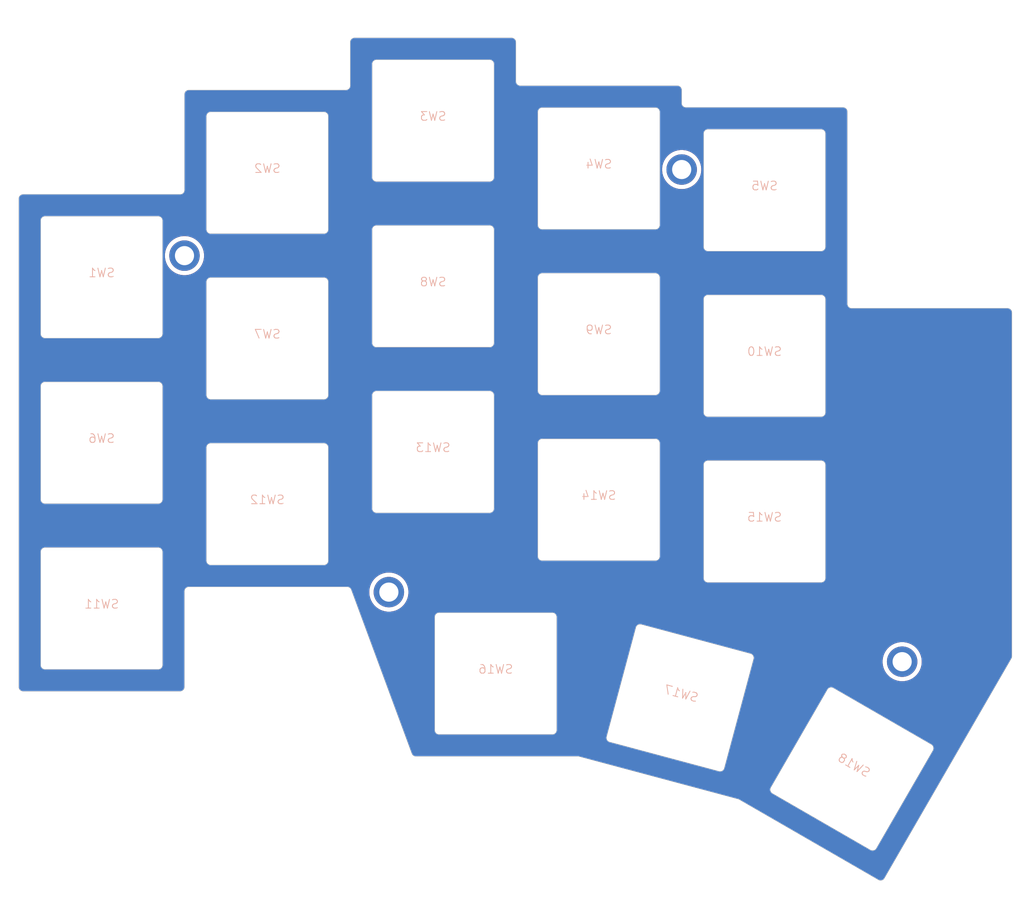
<source format=kicad_pcb>
(kicad_pcb (version 20241229) (generator "pcbnew") (generator_version "9.0")
  (layers (0 "F.Cu" signal) (2 "B.Cu" signal) (13 "F.Paste" user) (15 "B.Paste" user) (5 "F.SilkS" user "F.Silkscreen") (7 "B.SilkS" user "B.Silkscreen") (1 "F.Mask" user) (3 "B.Mask" user) (25 "Edge.Cuts" user))
  (net 0 "")
  (net 1 "GND")
  (footprint "switch-plate:copper" (layer "F.Cu") (at 178.213909 102.022192)
    (property "Reference" "G***" (hide yes))
    (property "Value" "LOGO" (hide yes))
  )
  (footprint "MountingHole:MountingHole_2.2mm_M2_ISO7380_Pad" (layer "F.Cu") (at 149.914519 61.507084)
    (property "Reference" "H2" (hide yes))
    (property "Value" "MountingHole")
  )
  (footprint "MountingHole:MountingHole_2.2mm_M2_ISO7380_Pad" (layer "F.Cu") (at 175.256578 118.107084)
    (property "Reference" "H4" (hide yes))
    (property "Value" "MountingHole")
  )
  (footprint "MountingHole:MountingHole_2.2mm_M2_ISO7380_Pad" (layer "F.Cu") (at 92.764519 71.409809)
    (property "Reference" "H1" (hide yes))
    (property "Value" "MountingHole")
  )
  (footprint "switch-plate:gears_top" (layer "F.Cu") (at 178.213909 85.022192)
    (property "Reference" "G***" (hide yes))
    (property "Value" "LOGO" (hide yes))
  )
  (footprint "MountingHole:MountingHole_2.2mm_M2_ISO7380_Pad" (layer "F.Cu") (at 116.256578 110.107084)
    (property "Reference" "H3" (hide yes))
    (property "Value" "MountingHole")
  )
  (footprint "switch-plate:Switch_Cut" (layer "B.Cu") (at 83.239519 111.984809 180)
    (property "Reference" "SW11")
    (property "Value" "SW_Push")
    (fp_line (start 7 6.5) (end 7 -6.5) (stroke (width 0.05)) (layer "Edge.Cuts"))
    (fp_line (start 6.5 -7) (end -6.5 -7) (stroke (width 0.05)) (layer "Edge.Cuts"))
    (fp_line (start -6.5 7) (end 6.5 7) (stroke (width 0.05)) (layer "Edge.Cuts"))
    (fp_line (start -7 -6.5) (end -7 6.5) (stroke (width 0.05)) (layer "Edge.Cuts"))
    (fp_arc (start 7 6.5) (mid 6.853553 6.853553) (end 6.5 7) (stroke (width 0.05)) (layer "Edge.Cuts"))
    (fp_arc (start 6.5 -7) (mid 6.853553 -6.853553) (end 7 -6.5) (stroke (width 0.05)) (layer "Edge.Cuts"))
    (fp_arc (start -6.5 7) (mid -6.853553 6.853553) (end -7 6.5) (stroke (width 0.05)) (layer "Edge.Cuts"))
    (fp_arc (start -7 -6.5) (mid -6.853553 -6.853553) (end -6.5 -7) (stroke (width 0.05)) (layer "Edge.Cuts"))
  )
  (footprint "switch-plate:Switch_Cut" (layer "B.Cu") (at 128.540519 119.474809 180)
    (property "Reference" "SW16")
    (property "Value" "SW_Push")
    (fp_line (start 7 6.5) (end 7 -6.5) (stroke (width 0.05)) (layer "Edge.Cuts"))
    (fp_line (start 6.5 -7) (end -6.5 -7) (stroke (width 0.05)) (layer "Edge.Cuts"))
    (fp_line (start -6.5 7) (end 6.5 7) (stroke (width 0.05)) (layer "Edge.Cuts"))
    (fp_line (start -7 -6.5) (end -7 6.5) (stroke (width 0.05)) (layer "Edge.Cuts"))
    (fp_arc (start 7 6.5) (mid 6.853553 6.853553) (end 6.5 7) (stroke (width 0.05)) (layer "Edge.Cuts"))
    (fp_arc (start 6.5 -7) (mid 6.853553 -6.853553) (end 7 -6.5) (stroke (width 0.05)) (layer "Edge.Cuts"))
    (fp_arc (start -6.5 7) (mid -6.853553 6.853553) (end -7 6.5) (stroke (width 0.05)) (layer "Edge.Cuts"))
    (fp_arc (start -7 -6.5) (mid -6.853553 -6.853553) (end -6.5 -7) (stroke (width 0.05)) (layer "Edge.Cuts"))
  )
  (footprint "switch-plate:Switch_Cut" (layer "B.Cu") (at 159.439519 101.984809 180)
    (property "Reference" "SW15")
    (property "Value" "SW_Push")
    (fp_line (start 7 6.5) (end 7 -6.5) (stroke (width 0.05)) (layer "Edge.Cuts"))
    (fp_line (start 6.5 -7) (end -6.5 -7) (stroke (width 0.05)) (layer "Edge.Cuts"))
    (fp_line (start -6.5 7) (end 6.5 7) (stroke (width 0.05)) (layer "Edge.Cuts"))
    (fp_line (start -7 -6.5) (end -7 6.5) (stroke (width 0.05)) (layer "Edge.Cuts"))
    (fp_arc (start 7 6.5) (mid 6.853553 6.853553) (end 6.5 7) (stroke (width 0.05)) (layer "Edge.Cuts"))
    (fp_arc (start 6.5 -7) (mid 6.853553 -6.853553) (end 7 -6.5) (stroke (width 0.05)) (layer "Edge.Cuts"))
    (fp_arc (start -6.5 7) (mid -6.853553 6.853553) (end -7 6.5) (stroke (width 0.05)) (layer "Edge.Cuts"))
    (fp_arc (start -7 -6.5) (mid -6.853553 -6.853553) (end -6.5 -7) (stroke (width 0.05)) (layer "Edge.Cuts"))
  )
  (footprint "switch-plate:Switch_Cut" (layer "B.Cu") (at 140.389519 61.384809 180)
    (property "Reference" "SW4")
    (property "Value" "SW_Push")
    (fp_line (start 7 6.5) (end 7 -6.5) (stroke (width 0.05)) (layer "Edge.Cuts"))
    (fp_line (start 6.5 -7) (end -6.5 -7) (stroke (width 0.05)) (layer "Edge.Cuts"))
    (fp_line (start -6.5 7) (end 6.5 7) (stroke (width 0.05)) (layer "Edge.Cuts"))
    (fp_line (start -7 -6.5) (end -7 6.5) (stroke (width 0.05)) (layer "Edge.Cuts"))
    (fp_arc (start 7 6.5) (mid 6.853553 6.853553) (end 6.5 7) (stroke (width 0.05)) (layer "Edge.Cuts"))
    (fp_arc (start 6.5 -7) (mid 6.853553 -6.853553) (end 7 -6.5) (stroke (width 0.05)) (layer "Edge.Cuts"))
    (fp_arc (start -6.5 7) (mid -6.853553 6.853553) (end -7 6.5) (stroke (width 0.05)) (layer "Edge.Cuts"))
    (fp_arc (start -7 -6.5) (mid -6.853553 -6.853553) (end -6.5 -7) (stroke (width 0.05)) (layer "Edge.Cuts"))
  )
  (footprint "switch-plate:Switch_Cut" (layer "B.Cu") (at 83.239519 92.934809 180)
    (property "Reference" "SW6")
    (property "Value" "SW_Push")
    (fp_line (start 7 6.5) (end 7 -6.5) (stroke (width 0.05)) (layer "Edge.Cuts"))
    (fp_line (start 6.5 -7) (end -6.5 -7) (stroke (width 0.05)) (layer "Edge.Cuts"))
    (fp_line (start -6.5 7) (end 6.5 7) (stroke (width 0.05)) (layer "Edge.Cuts"))
    (fp_line (start -7 -6.5) (end -7 6.5) (stroke (width 0.05)) (layer "Edge.Cuts"))
    (fp_arc (start 7 6.5) (mid 6.853553 6.853553) (end 6.5 7) (stroke (width 0.05)) (layer "Edge.Cuts"))
    (fp_arc (start 6.5 -7) (mid 6.853553 -6.853553) (end 7 -6.5) (stroke (width 0.05)) (layer "Edge.Cuts"))
    (fp_arc (start -6.5 7) (mid -6.853553 6.853553) (end -7 6.5) (stroke (width 0.05)) (layer "Edge.Cuts"))
    (fp_arc (start -7 -6.5) (mid -6.853553 -6.853553) (end -6.5 -7) (stroke (width 0.05)) (layer "Edge.Cuts"))
  )
  (footprint "switch-plate:Switch_Cut" (layer "B.Cu") (at 159.439519 63.884809 180)
    (property "Reference" "SW5")
    (property "Value" "SW_Push")
    (fp_line (start 7 6.5) (end 7 -6.5) (stroke (width 0.05)) (layer "Edge.Cuts"))
    (fp_line (start 6.5 -7) (end -6.5 -7) (stroke (width 0.05)) (layer "Edge.Cuts"))
    (fp_line (start -6.5 7) (end 6.5 7) (stroke (width 0.05)) (layer "Edge.Cuts"))
    (fp_line (start -7 -6.5) (end -7 6.5) (stroke (width 0.05)) (layer "Edge.Cuts"))
    (fp_arc (start 7 6.5) (mid 6.853553 6.853553) (end 6.5 7) (stroke (width 0.05)) (layer "Edge.Cuts"))
    (fp_arc (start 6.5 -7) (mid 6.853553 -6.853553) (end 7 -6.5) (stroke (width 0.05)) (layer "Edge.Cuts"))
    (fp_arc (start -6.5 7) (mid -6.853553 6.853553) (end -7 6.5) (stroke (width 0.05)) (layer "Edge.Cuts"))
    (fp_arc (start -7 -6.5) (mid -6.853553 -6.853553) (end -6.5 -7) (stroke (width 0.05)) (layer "Edge.Cuts"))
  )
  (footprint "switch-plate:Switch_Cut" (layer "B.Cu") (at 83.239519 73.884809 180)
    (property "Reference" "SW1")
    (property "Value" "SW_Push")
    (fp_line (start 7 6.5) (end 7 -6.5) (stroke (width 0.05)) (layer "Edge.Cuts"))
    (fp_line (start 6.5 -7) (end -6.5 -7) (stroke (width 0.05)) (layer "Edge.Cuts"))
    (fp_line (start -6.5 7) (end 6.5 7) (stroke (width 0.05)) (layer "Edge.Cuts"))
    (fp_line (start -7 -6.5) (end -7 6.5) (stroke (width 0.05)) (layer "Edge.Cuts"))
    (fp_arc (start 7 6.5) (mid 6.853553 6.853553) (end 6.5 7) (stroke (width 0.05)) (layer "Edge.Cuts"))
    (fp_arc (start 6.5 -7) (mid 6.853553 -6.853553) (end 7 -6.5) (stroke (width 0.05)) (layer "Edge.Cuts"))
    (fp_arc (start -6.5 7) (mid -6.853553 6.853553) (end -7 6.5) (stroke (width 0.05)) (layer "Edge.Cuts"))
    (fp_arc (start -7 -6.5) (mid -6.853553 -6.853553) (end -6.5 -7) (stroke (width 0.05)) (layer "Edge.Cuts"))
  )
  (footprint "switch-plate:Switch_Cut" (layer "B.Cu") (at 102.289519 99.984809 180)
    (property "Reference" "SW12")
    (property "Value" "SW_Push")
    (fp_line (start 7 6.5) (end 7 -6.5) (stroke (width 0.05)) (layer "Edge.Cuts"))
    (fp_line (start 6.5 -7) (end -6.5 -7) (stroke (width 0.05)) (layer "Edge.Cuts"))
    (fp_line (start -6.5 7) (end 6.5 7) (stroke (width 0.05)) (layer "Edge.Cuts"))
    (fp_line (start -7 -6.5) (end -7 6.5) (stroke (width 0.05)) (layer "Edge.Cuts"))
    (fp_arc (start 7 6.5) (mid 6.853553 6.853553) (end 6.5 7) (stroke (width 0.05)) (layer "Edge.Cuts"))
    (fp_arc (start 6.5 -7) (mid 6.853553 -6.853553) (end 7 -6.5) (stroke (width 0.05)) (layer "Edge.Cuts"))
    (fp_arc (start -6.5 7) (mid -6.853553 6.853553) (end -7 6.5) (stroke (width 0.05)) (layer "Edge.Cuts"))
    (fp_arc (start -7 -6.5) (mid -6.853553 -6.853553) (end -6.5 -7) (stroke (width 0.05)) (layer "Edge.Cuts"))
  )
  (footprint "switch-plate:Switch_Cut" (layer "B.Cu") (at 121.339519 55.884809 180)
    (property "Reference" "SW3")
    (property "Value" "SW_Push")
    (fp_line (start 7 6.5) (end 7 -6.5) (stroke (width 0.05)) (layer "Edge.Cuts"))
    (fp_line (start 6.5 -7) (end -6.5 -7) (stroke (width 0.05)) (layer "Edge.Cuts"))
    (fp_line (start -6.5 7) (end 6.5 7) (stroke (width 0.05)) (layer "Edge.Cuts"))
    (fp_line (start -7 -6.5) (end -7 6.5) (stroke (width 0.05)) (layer "Edge.Cuts"))
    (fp_arc (start 7 6.5) (mid 6.853553 6.853553) (end 6.5 7) (stroke (width 0.05)) (layer "Edge.Cuts"))
    (fp_arc (start 6.5 -7) (mid 6.853553 -6.853553) (end 7 -6.5) (stroke (width 0.05)) (layer "Edge.Cuts"))
    (fp_arc (start -6.5 7) (mid -6.853553 6.853553) (end -7 6.5) (stroke (width 0.05)) (layer "Edge.Cuts"))
    (fp_arc (start -7 -6.5) (mid -6.853553 -6.853553) (end -6.5 -7) (stroke (width 0.05)) (layer "Edge.Cuts"))
  )
  (footprint "switch-plate:Switch_Cut" (layer "B.Cu") (at 102.289519 61.884809 180)
    (property "Reference" "SW2")
    (property "Value" "SW_Push")
    (fp_line (start 7 6.5) (end 7 -6.5) (stroke (width 0.05)) (layer "Edge.Cuts"))
    (fp_line (start 6.5 -7) (end -6.5 -7) (stroke (width 0.05)) (layer "Edge.Cuts"))
    (fp_line (start -6.5 7) (end 6.5 7) (stroke (width 0.05)) (layer "Edge.Cuts"))
    (fp_line (start -7 -6.5) (end -7 6.5) (stroke (width 0.05)) (layer "Edge.Cuts"))
    (fp_arc (start 7 6.5) (mid 6.853553 6.853553) (end 6.5 7) (stroke (width 0.05)) (layer "Edge.Cuts"))
    (fp_arc (start 6.5 -7) (mid 6.853553 -6.853553) (end 7 -6.5) (stroke (width 0.05)) (layer "Edge.Cuts"))
    (fp_arc (start -6.5 7) (mid -6.853553 6.853553) (end -7 6.5) (stroke (width 0.05)) (layer "Edge.Cuts"))
    (fp_arc (start -7 -6.5) (mid -6.853553 -6.853553) (end -6.5 -7) (stroke (width 0.05)) (layer "Edge.Cuts"))
  )
  (footprint "switch-plate:Switch_Cut" (layer "B.Cu") (at 169.477519 130.443809 150)
    (property "Reference" "SW18")
    (property "Value" "SW_Push")
    (fp_line (start 6.5 -7) (end -6.5 -7) (stroke (width 0.05)) (layer "Edge.Cuts"))
    (fp_line (start 7 6.5) (end 7 -6.5) (stroke (width 0.05)) (layer "Edge.Cuts"))
    (fp_line (start -7 -6.5) (end -7 6.5) (stroke (width 0.05)) (layer "Edge.Cuts"))
    (fp_line (start -6.5 7) (end 6.5 7) (stroke (width 0.05)) (layer "Edge.Cuts"))
    (fp_arc (start 6.5 -7) (mid 6.853553 -6.853554) (end 7 -6.5) (stroke (width 0.05)) (layer "Edge.Cuts"))
    (fp_arc (start 7 6.5) (mid 6.853554 6.853553) (end 6.5 7) (stroke (width 0.05)) (layer "Edge.Cuts"))
    (fp_arc (start -7 -6.5) (mid -6.853554 -6.853553) (end -6.5 -7) (stroke (width 0.05)) (layer "Edge.Cuts"))
    (fp_arc (start -6.5 7) (mid -6.853553 6.853554) (end -7 6.5) (stroke (width 0.05)) (layer "Edge.Cuts"))
  )
  (footprint "switch-plate:Switch_Cut" (layer "B.Cu") (at 149.731519 122.264809 165)
    (property "Reference" "SW17")
    (property "Value" "SW_Push")
    (fp_line (start 6.5 -7) (end -6.500002 -7) (stroke (width 0.05)) (layer "Edge.Cuts"))
    (fp_line (start 7 6.5) (end 7 -6.500002) (stroke (width 0.05)) (layer "Edge.Cuts"))
    (fp_line (start -7 -6.5) (end -7 6.500002) (stroke (width 0.05)) (layer "Edge.Cuts"))
    (fp_line (start -6.5 7) (end 6.500002 7) (stroke (width 0.05)) (layer "Edge.Cuts"))
    (fp_arc (start 6.5 -7) (mid 6.853553 -6.853553) (end 7 -6.500002) (stroke (width 0.05)) (layer "Edge.Cuts"))
    (fp_arc (start 7 6.5) (mid 6.853553 6.853553) (end 6.500002 7) (stroke (width 0.05)) (layer "Edge.Cuts"))
    (fp_arc (start -7 -6.5) (mid -6.853553 -6.853553) (end -6.500002 -7) (stroke (width 0.05)) (layer "Edge.Cuts"))
    (fp_arc (start -6.5 7) (mid -6.853553 6.853553) (end -7 6.500002) (stroke (width 0.05)) (layer "Edge.Cuts"))
  )
  (footprint "switch-plate:Switch_Cut" (layer "B.Cu") (at 140.389519 80.434809 180)
    (property "Reference" "SW9")
    (property "Value" "SW_Push")
    (fp_line (start 7 6.5) (end 7 -6.5) (stroke (width 0.05)) (layer "Edge.Cuts"))
    (fp_line (start 6.5 -7) (end -6.5 -7) (stroke (width 0.05)) (layer "Edge.Cuts"))
    (fp_line (start -6.5 7) (end 6.5 7) (stroke (width 0.05)) (layer "Edge.Cuts"))
    (fp_line (start -7 -6.5) (end -7 6.5) (stroke (width 0.05)) (layer "Edge.Cuts"))
    (fp_arc (start 7 6.5) (mid 6.853553 6.853553) (end 6.5 7) (stroke (width 0.05)) (layer "Edge.Cuts"))
    (fp_arc (start 6.5 -7) (mid 6.853553 -6.853553) (end 7 -6.5) (stroke (width 0.05)) (layer "Edge.Cuts"))
    (fp_arc (start -6.5 7) (mid -6.853553 6.853553) (end -7 6.5) (stroke (width 0.05)) (layer "Edge.Cuts"))
    (fp_arc (start -7 -6.5) (mid -6.853553 -6.853553) (end -6.5 -7) (stroke (width 0.05)) (layer "Edge.Cuts"))
  )
  (footprint "switch-plate:Switch_Cut" (layer "B.Cu") (at 159.439519 82.934809 180)
    (property "Reference" "SW10")
    (property "Value" "SW_Push")
    (fp_line (start 7 6.5) (end 7 -6.5) (stroke (width 0.05)) (layer "Edge.Cuts"))
    (fp_line (start 6.5 -7) (end -6.5 -7) (stroke (width 0.05)) (layer "Edge.Cuts"))
    (fp_line (start -6.5 7) (end 6.5 7) (stroke (width 0.05)) (layer "Edge.Cuts"))
    (fp_line (start -7 -6.5) (end -7 6.5) (stroke (width 0.05)) (layer "Edge.Cuts"))
    (fp_arc (start 7 6.5) (mid 6.853553 6.853553) (end 6.5 7) (stroke (width 0.05)) (layer "Edge.Cuts"))
    (fp_arc (start 6.5 -7) (mid 6.853553 -6.853553) (end 7 -6.5) (stroke (width 0.05)) (layer "Edge.Cuts"))
    (fp_arc (start -6.5 7) (mid -6.853553 6.853553) (end -7 6.5) (stroke (width 0.05)) (layer "Edge.Cuts"))
    (fp_arc (start -7 -6.5) (mid -6.853553 -6.853553) (end -6.5 -7) (stroke (width 0.05)) (layer "Edge.Cuts"))
  )
  (footprint "switch-plate:Switch_Cut" (layer "B.Cu") (at 121.339519 74.934809 180)
    (property "Reference" "SW8")
    (property "Value" "SW_Push")
    (fp_line (start 7 6.5) (end 7 -6.5) (stroke (width 0.05)) (layer "Edge.Cuts"))
    (fp_line (start 6.5 -7) (end -6.5 -7) (stroke (width 0.05)) (layer "Edge.Cuts"))
    (fp_line (start -6.5 7) (end 6.5 7) (stroke (width 0.05)) (layer "Edge.Cuts"))
    (fp_line (start -7 -6.5) (end -7 6.5) (stroke (width 0.05)) (layer "Edge.Cuts"))
    (fp_arc (start 7 6.5) (mid 6.853553 6.853553) (end 6.5 7) (stroke (width 0.05)) (layer "Edge.Cuts"))
    (fp_arc (start 6.5 -7) (mid 6.853553 -6.853553) (end 7 -6.5) (stroke (width 0.05)) (layer "Edge.Cuts"))
    (fp_arc (start -6.5 7) (mid -6.853553 6.853553) (end -7 6.5) (stroke (width 0.05)) (layer "Edge.Cuts"))
    (fp_arc (start -7 -6.5) (mid -6.853553 -6.853553) (end -6.5 -7) (stroke (width 0.05)) (layer "Edge.Cuts"))
  )
  (footprint "switch-plate:Switch_Cut" (layer "B.Cu") (at 102.289519 80.934809 180)
    (property "Reference" "SW7")
    (property "Value" "SW_Push")
    (fp_line (start 7 6.5) (end 7 -6.5) (stroke (width 0.05)) (layer "Edge.Cuts"))
    (fp_line (start 6.5 -7) (end -6.5 -7) (stroke (width 0.05)) (layer "Edge.Cuts"))
    (fp_line (start -6.5 7) (end 6.5 7) (stroke (width 0.05)) (layer "Edge.Cuts"))
    (fp_line (start -7 -6.5) (end -7 6.5) (stroke (width 0.05)) (layer "Edge.Cuts"))
    (fp_arc (start 7 6.5) (mid 6.853553 6.853553) (end 6.5 7) (stroke (width 0.05)) (layer "Edge.Cuts"))
    (fp_arc (start 6.5 -7) (mid 6.853553 -6.853553) (end 7 -6.5) (stroke (width 0.05)) (layer "Edge.Cuts"))
    (fp_arc (start -6.5 7) (mid -6.853553 6.853553) (end -7 6.5) (stroke (width 0.05)) (layer "Edge.Cuts"))
    (fp_arc (start -7 -6.5) (mid -6.853553 -6.853553) (end -6.5 -7) (stroke (width 0.05)) (layer "Edge.Cuts"))
  )
  (footprint "switch-plate:Switch_Cut" (layer "B.Cu") (at 140.389519 99.484809 180)
    (property "Reference" "SW14")
    (property "Value" "SW_Push")
    (fp_line (start 7 6.5) (end 7 -6.5) (stroke (width 0.05)) (layer "Edge.Cuts"))
    (fp_line (start 6.5 -7) (end -6.5 -7) (stroke (width 0.05)) (layer "Edge.Cuts"))
    (fp_line (start -6.5 7) (end 6.5 7) (stroke (width 0.05)) (layer "Edge.Cuts"))
    (fp_line (start -7 -6.5) (end -7 6.5) (stroke (width 0.05)) (layer "Edge.Cuts"))
    (fp_arc (start 7 6.5) (mid 6.853553 6.853553) (end 6.5 7) (stroke (width 0.05)) (layer "Edge.Cuts"))
    (fp_arc (start 6.5 -7) (mid 6.853553 -6.853553) (end 7 -6.5) (stroke (width 0.05)) (layer "Edge.Cuts"))
    (fp_arc (start -6.5 7) (mid -6.853553 6.853553) (end -7 6.5) (stroke (width 0.05)) (layer "Edge.Cuts"))
    (fp_arc (start -7 -6.5) (mid -6.853553 -6.853553) (end -6.5 -7) (stroke (width 0.05)) (layer "Edge.Cuts"))
  )
  (footprint "switch-plate:Switch_Cut" (layer "B.Cu") (at 121.339519 93.984809 180)
    (property "Reference" "SW13")
    (property "Value" "SW_Push")
    (fp_line (start 7 6.5) (end 7 -6.5) (stroke (width 0.05)) (layer "Edge.Cuts"))
    (fp_line (start 6.5 -7) (end -6.5 -7) (stroke (width 0.05)) (layer "Edge.Cuts"))
    (fp_line (start -6.5 7) (end 6.5 7) (stroke (width 0.05)) (layer "Edge.Cuts"))
    (fp_line (start -7 -6.5) (end -7 6.5) (stroke (width 0.05)) (layer "Edge.Cuts"))
    (fp_arc (start 7 6.5) (mid 6.853553 6.853553) (end 6.5 7) (stroke (width 0.05)) (layer "Edge.Cuts"))
    (fp_arc (start 6.5 -7) (mid 6.853553 -6.853553) (end 7 -6.5) (stroke (width 0.05)) (layer "Edge.Cuts"))
    (fp_arc (start -6.5 7) (mid -6.853553 6.853553) (end -7 6.5) (stroke (width 0.05)) (layer "Edge.Cuts"))
    (fp_arc (start -7 -6.5) (mid -6.853553 -6.853553) (end -6.5 -7) (stroke (width 0.05)) (layer "Edge.Cuts"))
  )
  (gr_line (start 168.964519 54.859809) (end 168.964519 76.959809) (stroke (width 0.05)) (layer "Edge.Cuts"))
  (gr_arc (start 149.414519 51.859809) (mid 149.768057 52.006272) (end 149.914519 52.359809) (stroke (width 0.05)) (layer "Edge.Cuts"))
  (gr_arc (start 74.214519 121.509809) (mid 73.860959 121.363368) (end 73.714519 121.009809) (stroke (width 0.05)) (layer "Edge.Cuts"))
  (gr_line (start 118.894809 128.673099) (end 111.93523 109.836523) (stroke (width 0.05)) (layer "Edge.Cuts"))
  (gr_line (start 149.914519 52.359809) (end 149.914519 53.859809) (stroke (width 0.05)) (layer "Edge.Cuts"))
  (gr_line (start 73.714519 121.009809) (end 73.714519 64.859809) (stroke (width 0.05)) (layer "Edge.Cuts"))
  (gr_line (start 111.814519 51.859809) (end 111.814519 46.859809) (stroke (width 0.05)) (layer "Edge.Cuts"))
  (gr_line (start 138 129) (end 119.363815 128.999813) (stroke (width 0.05)) (layer "Edge.Cuts"))
  (gr_arc (start 92.764519 121.009809) (mid 92.618062 121.363357) (end 92.264519 121.509809) (stroke (width 0.05)) (layer "Edge.Cuts"))
  (gr_line (start 111.466219 109.509809) (end 93.264519 109.509809) (stroke (width 0.05)) (layer "Edge.Cuts"))
  (gr_line (start 172.5309 143.205206) (end 156.52306 133.96324) (stroke (width 0.05)) (layer "Edge.Cuts"))
  (gr_arc (start 187.879519 117.486636) (mid 187.862482 117.616045) (end 187.812532 117.736636) (stroke (width 0.05)) (layer "Edge.Cuts"))
  (gr_arc (start 130.364519 46.359809) (mid 130.718057 46.506272) (end 130.864519 46.859809) (stroke (width 0.05)) (layer "Edge.Cuts"))
  (gr_arc (start 111.814519 46.859809) (mid 111.960955 46.506251) (end 112.314519 46.359809) (stroke (width 0.05)) (layer "Edge.Cuts"))
  (gr_line (start 112.314519 46.359809) (end 130.364519 46.359809) (stroke (width 0.05)) (layer "Edge.Cuts"))
  (gr_line (start 92.264519 121.509809) (end 74.214519 121.509809) (stroke (width 0.05)) (layer "Edge.Cuts"))
  (gr_line (start 92.264519 64.359809) (end 74.214519 64.359809) (stroke (width 0.05)) (layer "Edge.Cuts"))
  (gr_arc (start 138 129) (mid 138.065259 129.004282) (end 138.129404 129.017037) (stroke (width 0.05)) (layer "Edge.Cuts"))
  (gr_line (start 173.213909 143.022192) (end 187.812532 117.736636) (stroke (width 0.05)) (layer "Edge.Cuts"))
  (gr_arc (start 119.363815 128.999813) (mid 119.078001 128.91012) (end 118.894809 128.673099) (stroke (width 0.05)) (layer "Edge.Cuts"))
  (gr_arc (start 92.764519 63.859809) (mid 92.618062 64.213357) (end 92.264519 64.359809) (stroke (width 0.05)) (layer "Edge.Cuts"))
  (gr_line (start 130.864519 46.859809) (end 130.864519 51.359809) (stroke (width 0.05)) (layer "Edge.Cuts"))
  (gr_arc (start 73.714519 64.859809) (mid 73.86096 64.506249) (end 74.214519 64.359809) (stroke (width 0.05)) (layer "Edge.Cuts"))
  (gr_arc (start 150.414519 54.359809) (mid 150.06095 54.213379) (end 149.914519 53.859809) (stroke (width 0.05)) (layer "Edge.Cuts"))
  (gr_arc (start 168.464519 54.359809) (mid 168.81806 54.50626) (end 168.964519 54.859809) (stroke (width 0.05)) (layer "Edge.Cuts"))
  (gr_arc (start 92.764519 110.009809) (mid 92.910966 109.656256) (end 93.264519 109.509809) (stroke (width 0.05)) (layer "Edge.Cuts"))
  (gr_arc (start 156.402472 133.913291) (mid 156.464403 133.934313) (end 156.52306 133.96324) (stroke (width 0.05)) (layer "Edge.Cuts"))
  (gr_arc (start 173.213909 143.022192) (mid 172.910303 143.255167) (end 172.5309 143.205206) (stroke (width 0.05)) (layer "Edge.Cuts"))
  (gr_line (start 92.764519 121.009809) (end 92.764519 110.009809) (stroke (width 0.05)) (layer "Edge.Cuts"))
  (gr_line (start 93.264519 52.359809) (end 111.314519 52.359809) (stroke (width 0.05)) (layer "Edge.Cuts"))
  (gr_line (start 150.414519 54.359809) (end 168.464519 54.359809) (stroke (width 0.05)) (layer "Edge.Cuts"))
  (gr_arc (start 187.379519 77.459809) (mid 187.73306 77.60626) (end 187.879519 77.959809) (stroke (width 0.05)) (layer "Edge.Cuts"))
  (gr_arc (start 111.466219 109.509809) (mid 111.752025 109.599526) (end 111.93523 109.836523) (stroke (width 0.05)) (layer "Edge.Cuts"))
  (gr_line (start 131.364519 51.859809) (end 149.414519 51.859809) (stroke (width 0.05)) (layer "Edge.Cuts"))
  (gr_line (start 187.879519 77.959809) (end 187.879519 117.486636) (stroke (width 0.05)) (layer "Edge.Cuts"))
  (gr_line (start 156.402472 133.913291) (end 138.129404 129.017037) (stroke (width 0.05)) (layer "Edge.Cuts"))
  (gr_line (start 169.464519 77.459809) (end 187.379519 77.459809) (stroke (width 0.05)) (layer "Edge.Cuts"))
  (gr_arc (start 111.814519 51.859809) (mid 111.668062 52.213357) (end 111.314519 52.359809) (stroke (width 0.05)) (layer "Edge.Cuts"))
  (gr_arc (start 92.764519 52.859809) (mid 92.910955 52.506251) (end 93.264519 52.359809) (stroke (width 0.05)) (layer "Edge.Cuts"))
  (gr_arc (start 169.464519 77.459809) (mid 169.110953 77.313367) (end 168.964519 76.959809) (stroke (width 0.05)) (layer "Edge.Cuts"))
  (gr_arc (start 131.364519 51.859809) (mid 131.01095 51.713379) (end 130.864519 51.359809) (stroke (width 0.05)) (layer "Edge.Cuts"))
  (gr_line (start 92.764519 63.859809) (end 92.764519 52.859809) (stroke (width 0.05)) (layer "Edge.Cuts"))
  (zone (net 1) (net_name "GND") (layers "F.Cu" "B.Cu") (connect_pads (clearance 0.5)) (min_thickness 0.25) (fill yes (thermal_gap 0.5) (thermal_bridge_width 0.5))
    (polygon (pts (xy 71.558619 44.509177) (xy 73.058619 145.009177) (xy 189.199573 147.509177) (xy 189.26656 42.009177)))
  )
)
</source>
